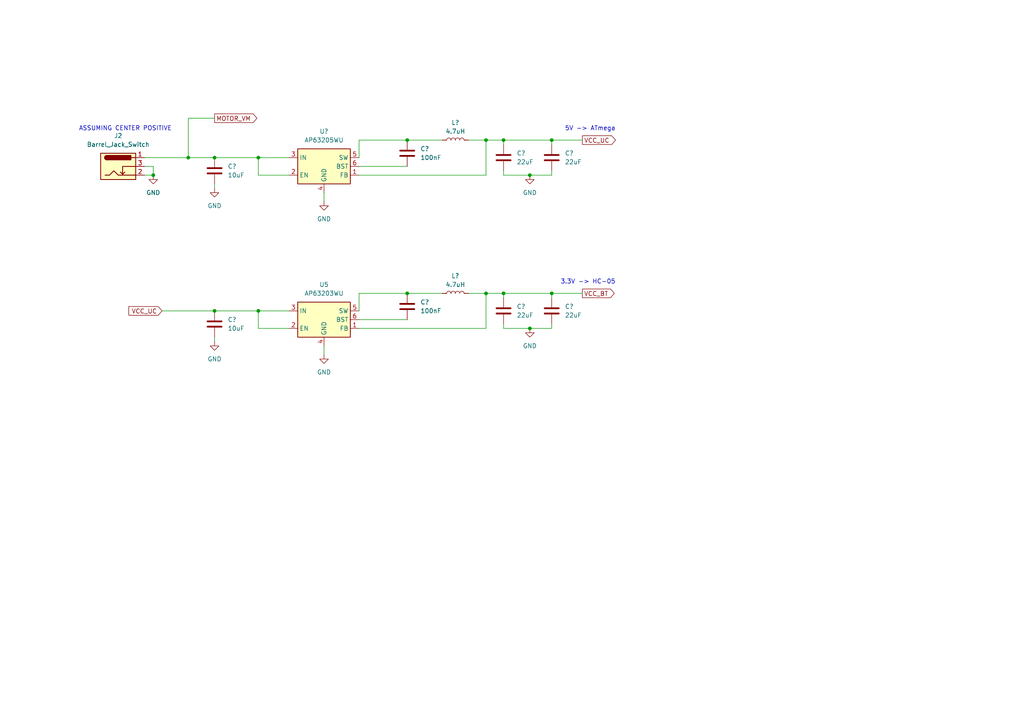
<source format=kicad_sch>
(kicad_sch (version 20230121) (generator eeschema)
  (paper "A4")
  (lib_symbols
    (symbol "Connector:Barrel_Jack_Switch" (pin_names hide)
      (property "Reference" "J" (at 0 5.334 0))
      (property "Value" "Barrel_Jack_Switch" (at 0 -5.08 0))
      (symbol "Barrel_Jack_Switch_0_1"
        (rectangle (start -5.08 3.81) (end 5.08 -3.81) (stroke (width 0.254)) (fill (type background)))
        (arc (start -3.302 3.175) (mid -3.9343 2.54) (end -3.302 1.905) (stroke (width 0.254)))
        (arc (start -3.302 3.175) (mid -3.9343 2.54) (end -3.302 1.905) (stroke (width 0.254)) (fill (type outline)))
        (polyline (pts (xy 1.27 -2.286) (xy 1.905 -1.651)) (stroke (width 0.254)))
        (polyline (pts (xy 5.08 2.54) (xy 3.81 2.54)) (stroke (width 0.254)))
        (polyline (pts (xy 5.08 0) (xy 1.27 0) (xy 1.27 -2.286) (xy 0.635 -1.651)) (stroke (width 0.254)))
        (polyline (pts (xy -3.81 -2.54) (xy -2.54 -2.54) (xy -1.27 -1.27) (xy 0 -2.54) (xy 2.54 -2.54) (xy 5.08 -2.54)) (stroke (width 0.254)))
        (rectangle (start 3.683 3.175) (end -3.302 1.905) (stroke (width 0.254)) (fill (type outline)))
      )
      (symbol "Barrel_Jack_Switch_1_1"
        (pin passive line (at 7.62 2.54 180) (length 2.54) (name "~") (number "1"))
        (pin passive line (at 7.62 -2.54 180) (length 2.54) (name "~") (number "2"))
        (pin passive line (at 7.62 0 180) (length 2.54) (name "~") (number "3"))
      )
    )
    (symbol "Device:C" (pin_numbers hide) (pin_names (offset 0.254))
      (property "Reference" "C" (at 0.635 2.54 0))
      (property "Value" "C" (at 0.635 -2.54 0))
      (symbol "C_0_1"
        (polyline (pts (xy -2.032 -0.762) (xy 2.032 -0.762)) (stroke (width 0.508)))
        (polyline (pts (xy -2.032 0.762) (xy 2.032 0.762)) (stroke (width 0.508)))
      )
      (symbol "C_1_1"
        (pin passive line (at 0 3.81 270) (length 2.794) (name "~") (number "1"))
        (pin passive line (at 0 -3.81 90) (length 2.794) (name "~") (number "2"))
      )
    )
    (symbol "Device:L" (pin_numbers hide) (pin_names (offset 1.016) hide)
      (property "Reference" "L" (at -1.27 0 90))
      (property "Value" "L" (at 1.905 0 90))
      (symbol "L_0_1"
        (arc (start 0 -2.54) (mid 0.6323 -1.905) (end 0 -1.27))
        (arc (start 0 -1.27) (mid 0.6323 -0.635) (end 0 0))
        (arc (start 0 0) (mid 0.6323 0.635) (end 0 1.27))
        (arc (start 0 1.27) (mid 0.6323 1.905) (end 0 2.54))
      )
      (symbol "L_1_1"
        (pin passive line (at 0 3.81 270) (length 1.27) (name "1") (number "1"))
        (pin passive line (at 0 -3.81 90) (length 1.27) (name "2") (number "2"))
      )
    )
    (symbol "Regulator_Switching:AP63203WU"
      (property "Reference" "U" (at -7.62 6.35 0))
      (property "Value" "AP63203WU" (at 2.54 6.35 0))
      (symbol "AP63203WU_0_1"
        (rectangle (start -7.62 5.08) (end 7.62 -5.08) (stroke (width 0.254)) (fill (type background)))
      )
      (symbol "AP63203WU_1_1"
        (pin input line (at 10.16 -2.54 180) (length 2.54) (name "FB") (number "1"))
        (pin input line (at -10.16 -2.54 0) (length 2.54) (name "EN") (number "2"))
        (pin power_in line (at -10.16 2.54 0) (length 2.54) (name "IN") (number "3"))
        (pin power_in line (at 0 -7.62 90) (length 2.54) (name "GND") (number "4"))
        (pin output line (at 10.16 2.54 180) (length 2.54) (name "SW") (number "5"))
        (pin passive line (at 10.16 0 180) (length 2.54) (name "BST") (number "6"))
      )
    )
    (symbol "Regulator_Switching:AP63205WU"
      (property "Reference" "U" (at -7.62 6.35 0))
      (property "Value" "AP63205WU" (at 2.54 6.35 0))
      (symbol "AP63205WU_0_1"
        (rectangle (start -7.62 5.08) (end 7.62 -5.08) (stroke (width 0.254)) (fill (type background)))
      )
      (symbol "AP63205WU_1_1"
        (pin input line (at 10.16 -2.54 180) (length 2.54) (name "FB") (number "1"))
        (pin input line (at -10.16 -2.54 0) (length 2.54) (name "EN") (number "2"))
        (pin power_in line (at -10.16 2.54 0) (length 2.54) (name "IN") (number "3"))
        (pin power_in line (at 0 -7.62 90) (length 2.54) (name "GND") (number "4"))
        (pin output line (at 10.16 2.54 180) (length 2.54) (name "SW") (number "5"))
        (pin passive line (at 10.16 0 180) (length 2.54) (name "BST") (number "6"))
      )
    )
    (symbol "power:GND" (power) (pin_names (offset 0))
      (property "Value" "GND" (at 0 -3.81 0))
      (symbol "GND_0_1"
        (polyline (pts (xy 0 0) (xy 0 -1.27) (xy 1.27 -1.27) (xy 0 -2.54) (xy -1.27 -1.27) (xy 0 -1.27)))
      )
      (symbol "GND_1_1"
        (pin power_in line (at 0 0 270) (length 0) hide (name "GND") (number "1"))
      )
    )
  )
  (junction (at 160.02 85.09))
  (junction (at 74.93 45.72))
  (junction (at 62.23 45.72))
  (junction (at 146.05 40.64))
  (junction (at 62.23 90.17))
  (junction (at 54.61 45.72))
  (junction (at 118.11 40.64))
  (junction (at 74.93 90.17))
  (junction (at 146.05 85.09))
  (junction (at 140.97 40.64))
  (junction (at 44.45 50.8))
  (junction (at 140.97 85.09))
  (junction (at 118.11 85.09))
  (junction (at 153.67 50.8))
  (junction (at 153.67 95.25))
  (junction (at 160.02 40.64))
  (wire (pts (xy 160.02 49.53) (xy 160.02 50.8)))
  (wire (pts (xy 118.11 40.64) (xy 128.27 40.64)))
  (wire (pts (xy 74.93 50.8) (xy 74.93 45.72)))
  (wire (pts (xy 146.05 93.98) (xy 146.05 95.25)))
  (wire (pts (xy 41.91 45.72) (xy 54.61 45.72)))
  (wire (pts (xy 140.97 85.09) (xy 140.97 95.25)))
  (wire (pts (xy 160.02 95.25) (xy 153.67 95.25)))
  (wire (pts (xy 93.98 55.88) (xy 93.98 58.42)))
  (wire (pts (xy 160.02 41.91) (xy 160.02 40.64)))
  (wire (pts (xy 140.97 50.8) (xy 104.14 50.8)))
  (wire (pts (xy 54.61 34.29) (xy 54.61 45.72)))
  (wire (pts (xy 118.11 85.09) (xy 128.27 85.09)))
  (wire (pts (xy 104.14 45.72) (xy 104.14 40.64)))
  (wire (pts (xy 140.97 40.64) (xy 140.97 50.8)))
  (wire (pts (xy 62.23 97.79) (xy 62.23 99.06)))
  (wire (pts (xy 146.05 85.09) (xy 140.97 85.09)))
  (wire (pts (xy 54.61 45.72) (xy 62.23 45.72)))
  (wire (pts (xy 146.05 86.36) (xy 146.05 85.09)))
  (wire (pts (xy 146.05 40.64) (xy 140.97 40.64)))
  (wire (pts (xy 104.14 48.26) (xy 118.11 48.26)))
  (wire (pts (xy 74.93 95.25) (xy 74.93 90.17)))
  (wire (pts (xy 41.91 48.26) (xy 44.45 48.26)))
  (wire (pts (xy 160.02 85.09) (xy 168.91 85.09)))
  (wire (pts (xy 62.23 34.29) (xy 54.61 34.29)))
  (wire (pts (xy 104.14 85.09) (xy 118.11 85.09)))
  (wire (pts (xy 46.99 90.17) (xy 62.23 90.17)))
  (wire (pts (xy 104.14 90.17) (xy 104.14 85.09)))
  (wire (pts (xy 146.05 95.25) (xy 153.67 95.25)))
  (wire (pts (xy 41.91 50.8) (xy 44.45 50.8)))
  (wire (pts (xy 74.93 90.17) (xy 83.82 90.17)))
  (wire (pts (xy 160.02 86.36) (xy 160.02 85.09)))
  (wire (pts (xy 160.02 40.64) (xy 168.91 40.64)))
  (wire (pts (xy 146.05 49.53) (xy 146.05 50.8)))
  (wire (pts (xy 62.23 45.72) (xy 74.93 45.72)))
  (wire (pts (xy 160.02 50.8) (xy 153.67 50.8)))
  (wire (pts (xy 104.14 92.71) (xy 118.11 92.71)))
  (wire (pts (xy 62.23 90.17) (xy 74.93 90.17)))
  (wire (pts (xy 160.02 40.64) (xy 146.05 40.64)))
  (wire (pts (xy 83.82 95.25) (xy 74.93 95.25)))
  (wire (pts (xy 93.98 100.33) (xy 93.98 102.87)))
  (wire (pts (xy 44.45 48.26) (xy 44.45 50.8)))
  (wire (pts (xy 140.97 85.09) (xy 135.89 85.09)))
  (wire (pts (xy 140.97 40.64) (xy 135.89 40.64)))
  (wire (pts (xy 160.02 85.09) (xy 146.05 85.09)))
  (wire (pts (xy 146.05 50.8) (xy 153.67 50.8)))
  (wire (pts (xy 160.02 93.98) (xy 160.02 95.25)))
  (wire (pts (xy 83.82 50.8) (xy 74.93 50.8)))
  (wire (pts (xy 74.93 45.72) (xy 83.82 45.72)))
  (wire (pts (xy 62.23 53.34) (xy 62.23 54.61)))
  (wire (pts (xy 140.97 95.25) (xy 104.14 95.25)))
  (wire (pts (xy 104.14 40.64) (xy 118.11 40.64)))
  (wire (pts (xy 146.05 41.91) (xy 146.05 40.64)))
  (text "5V -> ATmega" (at 163.83 38.1 0) (effects (font (size 1.27 1.27)) (justify left bottom)))
  (text "3.3V -> HC-05" (at 162.56 82.55 0) (effects (font (size 1.27 1.27)) (justify left bottom)))
  (text "ASSUMING CENTER POSITIVE" (at 22.86 38.1 0) (effects (font (size 1.27 1.27)) (justify left bottom)))
  (global_label "VCC_UC" (shape input) (at 46.99 90.17 180) (property "Intersheetrefs" "${INTERSHEET_REFS}" (effects hide)))
  (global_label "VCC_BT" (shape output) (at 168.91 85.09 0) (property "Intersheetrefs" "${INTERSHEET_REFS}" (effects hide)))
  (global_label "MOTOR_VM" (shape output) (at 62.23 34.29 0) (property "Intersheetrefs" "${INTERSHEET_REFS}" (effects hide)))
  (global_label "VCC_UC" (shape output) (at 168.91 40.64 0) (property "Intersheetrefs" "${INTERSHEET_REFS}" (effects hide)))
  (symbol (lib_id "power:GND") (at 153.67 50.8 0) (unit 1)
    (property "Reference" "#PWR?" (effects hide))
    (property "Value" "GND" (at 153.67 55.88 0))
    (instances (project "glove_pcb" (path "" (reference "#PWR?") (unit 1)) (path "" (reference "#PWR03") (unit 1))))
  )
  (symbol (lib_id "Device:L") (at 132.08 40.64 90) (unit 1)
    (property "Reference" "L?" (at 132.08 35.56 90))
    (property "Value" "4.7uH" (at 132.08 38.1 90))
    (instances (project "glove_pcb" (path "" (reference "L?") (unit 1)) (path "" (reference "L1") (unit 1))))
  )
  (symbol (lib_id "power:GND") (at 93.98 58.42 0) (unit 1)
    (property "Reference" "#PWR?" (effects hide))
    (property "Value" "GND" (at 93.98 63.5 0))
    (instances (project "glove_pcb" (path "" (reference "#PWR?") (unit 1)) (path "" (reference "#PWR02") (unit 1))))
  )
  (symbol (lib_id "power:GND") (at 93.98 102.87 0) (unit 1)
    (property "Reference" "#PWR?" (effects hide))
    (property "Value" "GND" (at 93.98 107.95 0))
    (instances (project "glove_pcb" (path "" (reference "#PWR?") (unit 1)) (path "" (reference "#PWR034") (unit 1))))
  )
  (symbol (lib_id "Device:C") (at 118.11 88.9 0) (unit 1)
    (property "Reference" "C?" (at 121.92 87.63 0) (effects (justify left)))
    (property "Value" "100nF" (at 121.92 90.17 0) (effects (justify left)))
    (instances (project "glove_pcb" (path "" (reference "C?") (unit 1)) (path "" (reference "C15") (unit 1))))
  )
  (symbol (lib_id "Device:C") (at 146.05 90.17 0) (unit 1)
    (property "Reference" "C?" (at 149.86 88.9 0) (effects (justify left)))
    (property "Value" "22uF" (at 149.86 91.44 0) (effects (justify left)))
    (instances (project "glove_pcb" (path "" (reference "C?") (unit 1)) (path "" (reference "C16") (unit 1))))
  )
  (symbol (lib_id "Device:C") (at 62.23 93.98 0) (unit 1)
    (property "Reference" "C?" (at 66.04 92.71 0) (effects (justify left)))
    (property "Value" "10uF" (at 66.04 95.25 0) (effects (justify left)))
    (instances (project "glove_pcb" (path "" (reference "C?") (unit 1)) (path "" (reference "C14") (unit 1))))
  )
  (symbol (lib_id "power:GND") (at 62.23 54.61 0) (unit 1)
    (property "Reference" "#PWR?" (effects hide))
    (property "Value" "GND" (at 62.23 59.69 0))
    (instances (project "glove_pcb" (path "" (reference "#PWR?") (unit 1)) (path "" (reference "#PWR01") (unit 1))))
  )
  (symbol (lib_id "Device:L") (at 132.08 85.09 90) (unit 1)
    (property "Reference" "L?" (at 132.08 80.01 90))
    (property "Value" "4.7uH" (at 132.08 82.55 90))
    (instances (project "glove_pcb" (path "" (reference "L?") (unit 1)) (path "" (reference "L2") (unit 1))))
  )
  (symbol (lib_id "Regulator_Switching:AP63205WU") (at 93.98 48.26 0) (unit 1)
    (property "Reference" "U?" (at 93.98 38.1 0))
    (property "Value" "AP63205WU" (at 93.98 40.64 0))
    (property "Footprint" "Package_TO_SOT_SMD:TSOT-23-6" (effects hide))
    (property "Datasheet" "https://www.diodes.com/assets/Datasheets/AP63200-AP63201-AP63203-AP63205.pdf" (effects hide))
    (instances (project "glove_pcb" (path "" (reference "U?") (unit 1)) (path "" (reference "U1") (unit 1))))
  )
  (symbol (lib_id "Device:C") (at 146.05 45.72 0) (unit 1)
    (property "Reference" "C?" (at 149.86 44.45 0) (effects (justify left)))
    (property "Value" "22uF" (at 149.86 46.99 0) (effects (justify left)))
    (instances (project "glove_pcb" (path "" (reference "C?") (unit 1)) (path "" (reference "C3") (unit 1))))
  )
  (symbol (lib_id "Regulator_Switching:AP63203WU") (at 93.98 92.71 0) (unit 1)
    (property "Reference" "U5" (at 93.98 82.55 0))
    (property "Value" "AP63203WU" (at 93.98 85.09 0))
    (property "Footprint" "Package_TO_SOT_SMD:TSOT-23-6" (effects hide))
    (property "Datasheet" "https://www.diodes.com/assets/Datasheets/AP63200-AP63201-AP63203-AP63205.pdf" (effects hide))
  )
  (symbol (lib_id "power:GND") (at 44.45 50.8 0) (unit 1)
    (property "Reference" "#PWR?" (effects hide))
    (property "Value" "GND" (at 44.45 55.88 0))
    (instances (project "glove_pcb" (path "" (reference "#PWR?") (unit 1)) (path "" (reference "#PWR011") (unit 1))))
  )
  (symbol (lib_id "Device:C") (at 118.11 44.45 0) (unit 1)
    (property "Reference" "C?" (at 121.92 43.18 0) (effects (justify left)))
    (property "Value" "100nF" (at 121.92 45.72 0) (effects (justify left)))
    (instances (project "glove_pcb" (path "" (reference "C?") (unit 1)) (path "" (reference "C1") (unit 1))))
  )
  (symbol (lib_id "Connector:Barrel_Jack_Switch") (at 34.29 48.26 0) (unit 1)
    (property "Reference" "J2" (at 34.29 39.37 0))
    (property "Value" "Barrel_Jack_Switch" (at 34.29 41.91 0))
  )
  (symbol (lib_id "power:GND") (at 153.67 95.25 0) (unit 1)
    (property "Reference" "#PWR?" (effects hide))
    (property "Value" "GND" (at 153.67 100.33 0))
    (instances (project "glove_pcb" (path "" (reference "#PWR?") (unit 1)) (path "" (reference "#PWR035") (unit 1))))
  )
  (symbol (lib_id "Device:C") (at 160.02 90.17 0) (unit 1)
    (property "Reference" "C?" (at 163.83 88.9 0) (effects (justify left)))
    (property "Value" "22uF" (at 163.83 91.44 0) (effects (justify left)))
    (instances (project "glove_pcb" (path "" (reference "C?") (unit 1)) (path "" (reference "C17") (unit 1))))
  )
  (symbol (lib_id "Device:C") (at 160.02 45.72 0) (unit 1)
    (property "Reference" "C?" (at 163.83 44.45 0) (effects (justify left)))
    (property "Value" "22uF" (at 163.83 46.99 0) (effects (justify left)))
    (instances (project "glove_pcb" (path "" (reference "C?") (unit 1)) (path "" (reference "C4") (unit 1))))
  )
  (symbol (lib_id "power:GND") (at 62.23 99.06 0) (unit 1)
    (property "Reference" "#PWR?" (effects hide))
    (property "Value" "GND" (at 62.23 104.14 0))
    (instances (project "glove_pcb" (path "" (reference "#PWR?") (unit 1)) (path "" (reference "#PWR033") (unit 1))))
  )
  (symbol (lib_id "Device:C") (at 62.23 49.53 0) (unit 1)
    (property "Reference" "C?" (at 66.04 48.26 0) (effects (justify left)))
    (property "Value" "10uF" (at 66.04 50.8 0) (effects (justify left)))
    (instances (project "glove_pcb" (path "" (reference "C?") (unit 1)) (path "" (reference "C2") (unit 1))))
  )
)
</source>
